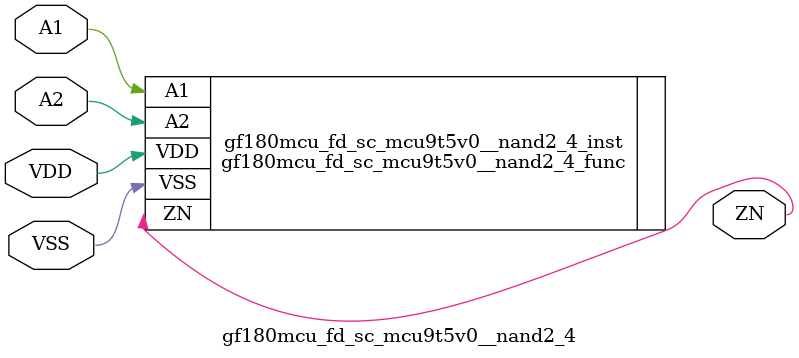
<source format=v>

module gf180mcu_fd_sc_mcu9t5v0__nand2_4( A2, ZN, A1, VDD, VSS );
input A1, A2;
inout VDD, VSS;
output ZN;

   `ifdef FUNCTIONAL  //  functional //

	gf180mcu_fd_sc_mcu9t5v0__nand2_4_func gf180mcu_fd_sc_mcu9t5v0__nand2_4_behav_inst(.A2(A2),.ZN(ZN),.A1(A1),.VDD(VDD),.VSS(VSS));

   `else

	gf180mcu_fd_sc_mcu9t5v0__nand2_4_func gf180mcu_fd_sc_mcu9t5v0__nand2_4_inst(.A2(A2),.ZN(ZN),.A1(A1),.VDD(VDD),.VSS(VSS));

	// spec_gates_begin


	// spec_gates_end



   specify

	// specify_block_begin

	// comb arc A1 --> ZN
	 (A1 => ZN) = (1.0,1.0);

	// comb arc A2 --> ZN
	 (A2 => ZN) = (1.0,1.0);

	// specify_block_end

   endspecify

   `endif

endmodule

</source>
